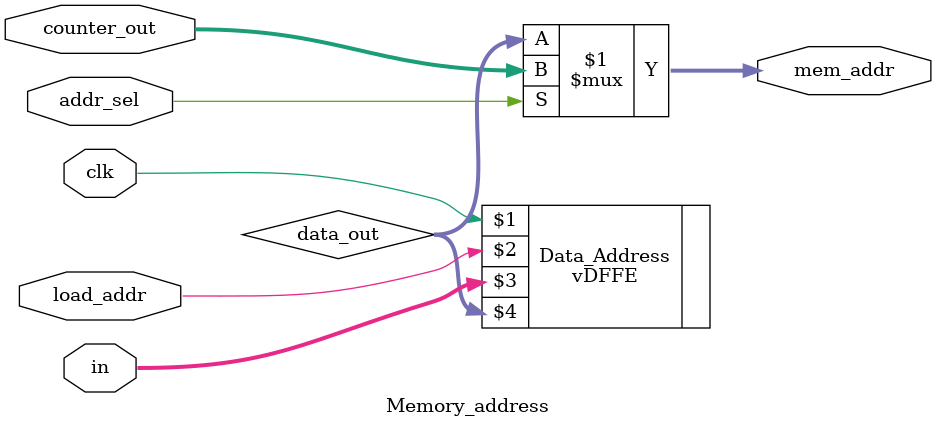
<source format=v>
module Program_Counter(clk,load_pc,reset_pc,counter_out);
	
	output [8:0] counter_out;
	input load_pc,reset_pc,clk;
	
	wire [8:0]next_pc;
	reg [8:0] incremented;
	
	assign next_pc = reset_pc ? 9'b0 : incremented;
	
	vDFFE #(9) Counter (clk,load_pc,next_pc, counter_out);
	
	
	always @(*)begin
  
		incremented = counter_out + 1'b1;
		
	end

	

endmodule 


module Memory_address(clk,in,load_addr,counter_out,addr_sel,mem_addr);

	input clk,load_addr,addr_sel;
	input [8:0] in, counter_out;
	output [8:0] mem_addr;
	wire [8:0] data_out;
	
	vDFFE #(9) Data_Address (clk,load_addr,in,data_out);
	
	assign mem_addr = addr_sel ? counter_out : data_out;

endmodule 
</source>
